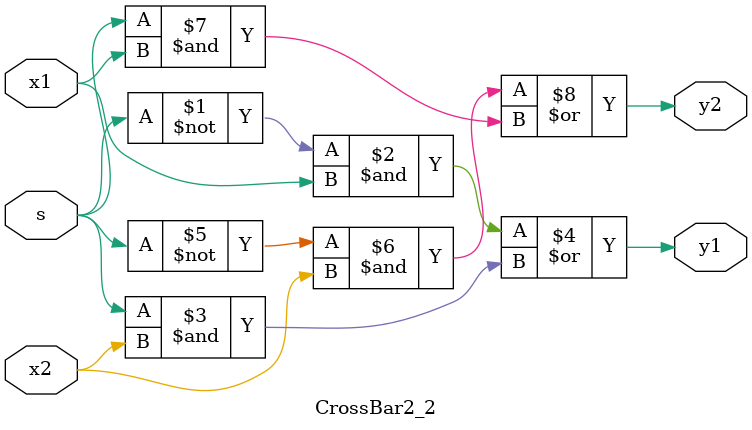
<source format=v>
`timescale 1ns / 1ps


module CrossBar2_2(s ,x1,x2,y1,y2);
    input s,x1,x2;
    output y1,y2;
    assign y1=((~s&x1)|(s&x2));
    assign y2=((~s&x2)|(s&x1));
endmodule

</source>
